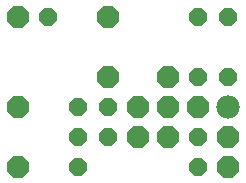
<source format=gts>
G75*
%MOIN*%
%OFA0B0*%
%FSLAX25Y25*%
%IPPOS*%
%LPD*%
%AMOC8*
5,1,8,0,0,1.08239X$1,22.5*
%
%ADD10OC8,0.06000*%
%ADD11OC8,0.07100*%
%ADD12C,0.07800*%
%ADD13OC8,0.05950*%
%ADD14OC8,0.07400*%
%ADD15OC8,0.07296*%
D10*
X0031050Y0011050D03*
X0031050Y0021050D03*
X0041050Y0021050D03*
X0041050Y0031050D03*
X0071050Y0021050D03*
X0071050Y0011050D03*
X0071050Y0041050D03*
X0081050Y0041050D03*
X0081050Y0061050D03*
X0071050Y0061050D03*
D11*
X0071050Y0031050D03*
D12*
X0081050Y0031050D03*
D13*
X0031050Y0031050D03*
X0021050Y0061050D03*
D14*
X0011050Y0011050D03*
X0011050Y0031050D03*
X0051050Y0031050D03*
X0061050Y0031050D03*
X0061050Y0021050D03*
X0051050Y0021050D03*
X0081050Y0021050D03*
X0081050Y0011050D03*
X0011050Y0061050D03*
D15*
X0041050Y0061050D03*
X0041050Y0041050D03*
X0061050Y0041050D03*
M02*

</source>
